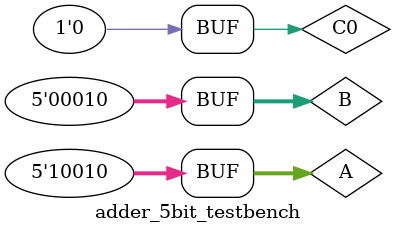
<source format=v>
`define DELAY 20

module adder_5bit_testbench(); 

reg[4:0] A, B;
reg C0;
wire[4:0] S ;
wire C;

adder_5bit fatp (S,C,A,B,C0);


initial begin
A = 5'b10000; B = 5'b00010; C0 = 1'b0; 
#`DELAY;
A = 5'b11111; B = 5'b11111; C0 = 1'b0; 
#`DELAY;
A = 5'b10010; B = 5'b00010; C0 = 1'b0; 
#`DELAY;

end
 
 
initial
begin
$monitor("time = %5d, A=%5b, B=%5b, C=%1b, toplam=%5b", $time, A, B, C, S);
end
 
endmodule
</source>
